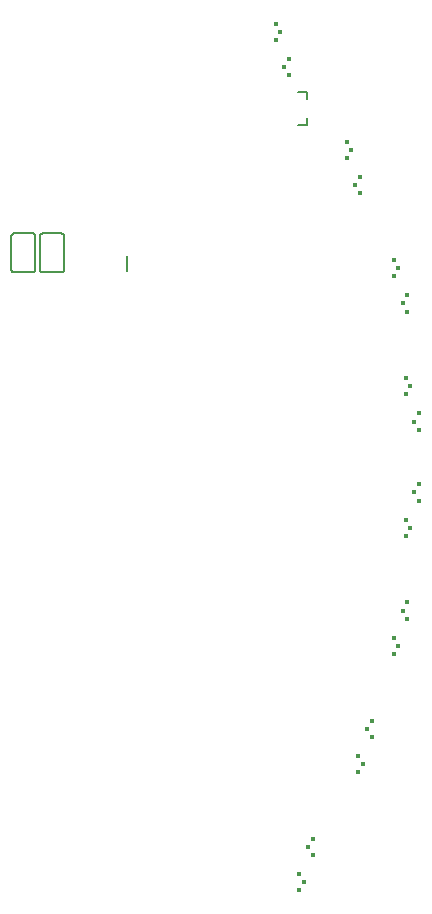
<source format=gbr>
G04 EAGLE Gerber RS-274X export*
G75*
%MOMM*%
%FSLAX34Y34*%
%LPD*%
%INSilkscreen Bottom*%
%IPPOS*%
%AMOC8*
5,1,8,0,0,1.08239X$1,22.5*%
G01*
%ADD10C,0.203200*%
%ADD11R,0.425000X0.325000*%
%ADD12R,0.350000X0.350000*%
%ADD13C,0.152400*%


D10*
X438102Y570230D02*
X438102Y557530D01*
D11*
X575625Y723125D03*
X575625Y736875D03*
D12*
X571750Y730000D03*
D11*
X635625Y623125D03*
X635625Y636875D03*
D12*
X631750Y630000D03*
D11*
X675625Y523125D03*
X675625Y536875D03*
D12*
X671750Y530000D03*
D11*
X685625Y423125D03*
X685625Y436875D03*
D12*
X681750Y430000D03*
D11*
X685625Y363125D03*
X685625Y376875D03*
D12*
X681750Y370000D03*
D11*
X675625Y263125D03*
X675625Y276875D03*
D12*
X671750Y270000D03*
D11*
X645625Y163125D03*
X645625Y176875D03*
D12*
X641750Y170000D03*
D11*
X595625Y63125D03*
X595625Y76875D03*
D12*
X591750Y70000D03*
D11*
X564375Y766875D03*
X564375Y753125D03*
D12*
X568250Y760000D03*
D11*
X624375Y666875D03*
X624375Y653125D03*
D12*
X628250Y660000D03*
D11*
X664375Y566875D03*
X664375Y553125D03*
D12*
X668250Y560000D03*
D11*
X674375Y466875D03*
X674375Y453125D03*
D12*
X678250Y460000D03*
D11*
X674375Y346875D03*
X674375Y333125D03*
D12*
X678250Y340000D03*
D11*
X664375Y246875D03*
X664375Y233125D03*
D12*
X668250Y240000D03*
D11*
X634375Y146875D03*
X634375Y133125D03*
D12*
X638250Y140000D03*
D11*
X584375Y46875D03*
X584375Y33125D03*
D12*
X588250Y40000D03*
D10*
X590800Y681296D02*
X590800Y687296D01*
X590800Y681296D02*
X582800Y681296D01*
X590800Y703296D02*
X590800Y709296D01*
X582800Y709296D01*
D13*
X385064Y586994D02*
X385064Y559054D01*
X367284Y556514D02*
X367184Y556516D01*
X367085Y556522D01*
X366985Y556532D01*
X366887Y556545D01*
X366788Y556563D01*
X366691Y556584D01*
X366595Y556609D01*
X366499Y556638D01*
X366405Y556671D01*
X366312Y556707D01*
X366221Y556747D01*
X366131Y556791D01*
X366043Y556838D01*
X365957Y556888D01*
X365873Y556942D01*
X365791Y556999D01*
X365712Y557059D01*
X365634Y557123D01*
X365560Y557189D01*
X365488Y557258D01*
X365419Y557330D01*
X365353Y557404D01*
X365289Y557482D01*
X365229Y557561D01*
X365172Y557643D01*
X365118Y557727D01*
X365068Y557813D01*
X365021Y557901D01*
X364977Y557991D01*
X364937Y558082D01*
X364901Y558175D01*
X364868Y558269D01*
X364839Y558365D01*
X364814Y558461D01*
X364793Y558558D01*
X364775Y558657D01*
X364762Y558755D01*
X364752Y558855D01*
X364746Y558954D01*
X364744Y559054D01*
X364744Y586994D02*
X364746Y587094D01*
X364752Y587193D01*
X364762Y587293D01*
X364775Y587391D01*
X364793Y587490D01*
X364814Y587587D01*
X364839Y587683D01*
X364868Y587779D01*
X364901Y587873D01*
X364937Y587966D01*
X364977Y588057D01*
X365021Y588147D01*
X365068Y588235D01*
X365118Y588321D01*
X365172Y588405D01*
X365229Y588487D01*
X365289Y588566D01*
X365353Y588644D01*
X365419Y588718D01*
X365488Y588790D01*
X365560Y588859D01*
X365634Y588925D01*
X365712Y588989D01*
X365791Y589049D01*
X365873Y589106D01*
X365957Y589160D01*
X366043Y589210D01*
X366131Y589257D01*
X366221Y589301D01*
X366312Y589341D01*
X366405Y589377D01*
X366499Y589410D01*
X366595Y589439D01*
X366691Y589464D01*
X366788Y589485D01*
X366887Y589503D01*
X366985Y589516D01*
X367085Y589526D01*
X367184Y589532D01*
X367284Y589534D01*
X382524Y589534D02*
X382624Y589532D01*
X382723Y589526D01*
X382823Y589516D01*
X382921Y589503D01*
X383020Y589485D01*
X383117Y589464D01*
X383213Y589439D01*
X383309Y589410D01*
X383403Y589377D01*
X383496Y589341D01*
X383587Y589301D01*
X383677Y589257D01*
X383765Y589210D01*
X383851Y589160D01*
X383935Y589106D01*
X384017Y589049D01*
X384096Y588989D01*
X384174Y588925D01*
X384248Y588859D01*
X384320Y588790D01*
X384389Y588718D01*
X384455Y588644D01*
X384519Y588566D01*
X384579Y588487D01*
X384636Y588405D01*
X384690Y588321D01*
X384740Y588235D01*
X384787Y588147D01*
X384831Y588057D01*
X384871Y587966D01*
X384907Y587873D01*
X384940Y587779D01*
X384969Y587683D01*
X384994Y587587D01*
X385015Y587490D01*
X385033Y587391D01*
X385046Y587293D01*
X385056Y587193D01*
X385062Y587094D01*
X385064Y586994D01*
X385064Y559054D02*
X385062Y558954D01*
X385056Y558855D01*
X385046Y558755D01*
X385033Y558657D01*
X385015Y558558D01*
X384994Y558461D01*
X384969Y558365D01*
X384940Y558269D01*
X384907Y558175D01*
X384871Y558082D01*
X384831Y557991D01*
X384787Y557901D01*
X384740Y557813D01*
X384690Y557727D01*
X384636Y557643D01*
X384579Y557561D01*
X384519Y557482D01*
X384455Y557404D01*
X384389Y557330D01*
X384320Y557258D01*
X384248Y557189D01*
X384174Y557123D01*
X384096Y557059D01*
X384017Y556999D01*
X383935Y556942D01*
X383851Y556888D01*
X383765Y556838D01*
X383677Y556791D01*
X383587Y556747D01*
X383496Y556707D01*
X383403Y556671D01*
X383309Y556638D01*
X383213Y556609D01*
X383117Y556584D01*
X383020Y556563D01*
X382921Y556545D01*
X382823Y556532D01*
X382723Y556522D01*
X382624Y556516D01*
X382524Y556514D01*
X367284Y556514D01*
X367284Y589534D02*
X382524Y589534D01*
X364744Y586994D02*
X364744Y559054D01*
X360680Y559054D02*
X360680Y586994D01*
X340360Y559054D02*
X340362Y558954D01*
X340368Y558855D01*
X340378Y558755D01*
X340391Y558657D01*
X340409Y558558D01*
X340430Y558461D01*
X340455Y558365D01*
X340484Y558269D01*
X340517Y558175D01*
X340553Y558082D01*
X340593Y557991D01*
X340637Y557901D01*
X340684Y557813D01*
X340734Y557727D01*
X340788Y557643D01*
X340845Y557561D01*
X340905Y557482D01*
X340969Y557404D01*
X341035Y557330D01*
X341104Y557258D01*
X341176Y557189D01*
X341250Y557123D01*
X341328Y557059D01*
X341407Y556999D01*
X341489Y556942D01*
X341573Y556888D01*
X341659Y556838D01*
X341747Y556791D01*
X341837Y556747D01*
X341928Y556707D01*
X342021Y556671D01*
X342115Y556638D01*
X342211Y556609D01*
X342307Y556584D01*
X342404Y556563D01*
X342503Y556545D01*
X342601Y556532D01*
X342701Y556522D01*
X342800Y556516D01*
X342900Y556514D01*
X340360Y586994D02*
X340362Y587094D01*
X340368Y587193D01*
X340378Y587293D01*
X340391Y587391D01*
X340409Y587490D01*
X340430Y587587D01*
X340455Y587683D01*
X340484Y587779D01*
X340517Y587873D01*
X340553Y587966D01*
X340593Y588057D01*
X340637Y588147D01*
X340684Y588235D01*
X340734Y588321D01*
X340788Y588405D01*
X340845Y588487D01*
X340905Y588566D01*
X340969Y588644D01*
X341035Y588718D01*
X341104Y588790D01*
X341176Y588859D01*
X341250Y588925D01*
X341328Y588989D01*
X341407Y589049D01*
X341489Y589106D01*
X341573Y589160D01*
X341659Y589210D01*
X341747Y589257D01*
X341837Y589301D01*
X341928Y589341D01*
X342021Y589377D01*
X342115Y589410D01*
X342211Y589439D01*
X342307Y589464D01*
X342404Y589485D01*
X342503Y589503D01*
X342601Y589516D01*
X342701Y589526D01*
X342800Y589532D01*
X342900Y589534D01*
X358140Y589534D02*
X358240Y589532D01*
X358339Y589526D01*
X358439Y589516D01*
X358537Y589503D01*
X358636Y589485D01*
X358733Y589464D01*
X358829Y589439D01*
X358925Y589410D01*
X359019Y589377D01*
X359112Y589341D01*
X359203Y589301D01*
X359293Y589257D01*
X359381Y589210D01*
X359467Y589160D01*
X359551Y589106D01*
X359633Y589049D01*
X359712Y588989D01*
X359790Y588925D01*
X359864Y588859D01*
X359936Y588790D01*
X360005Y588718D01*
X360071Y588644D01*
X360135Y588566D01*
X360195Y588487D01*
X360252Y588405D01*
X360306Y588321D01*
X360356Y588235D01*
X360403Y588147D01*
X360447Y588057D01*
X360487Y587966D01*
X360523Y587873D01*
X360556Y587779D01*
X360585Y587683D01*
X360610Y587587D01*
X360631Y587490D01*
X360649Y587391D01*
X360662Y587293D01*
X360672Y587193D01*
X360678Y587094D01*
X360680Y586994D01*
X360680Y559054D02*
X360678Y558954D01*
X360672Y558855D01*
X360662Y558755D01*
X360649Y558657D01*
X360631Y558558D01*
X360610Y558461D01*
X360585Y558365D01*
X360556Y558269D01*
X360523Y558175D01*
X360487Y558082D01*
X360447Y557991D01*
X360403Y557901D01*
X360356Y557813D01*
X360306Y557727D01*
X360252Y557643D01*
X360195Y557561D01*
X360135Y557482D01*
X360071Y557404D01*
X360005Y557330D01*
X359936Y557258D01*
X359864Y557189D01*
X359790Y557123D01*
X359712Y557059D01*
X359633Y556999D01*
X359551Y556942D01*
X359467Y556888D01*
X359381Y556838D01*
X359293Y556791D01*
X359203Y556747D01*
X359112Y556707D01*
X359019Y556671D01*
X358925Y556638D01*
X358829Y556609D01*
X358733Y556584D01*
X358636Y556563D01*
X358537Y556545D01*
X358439Y556532D01*
X358339Y556522D01*
X358240Y556516D01*
X358140Y556514D01*
X342900Y556514D01*
X342900Y589534D02*
X358140Y589534D01*
X340360Y586994D02*
X340360Y559054D01*
M02*

</source>
